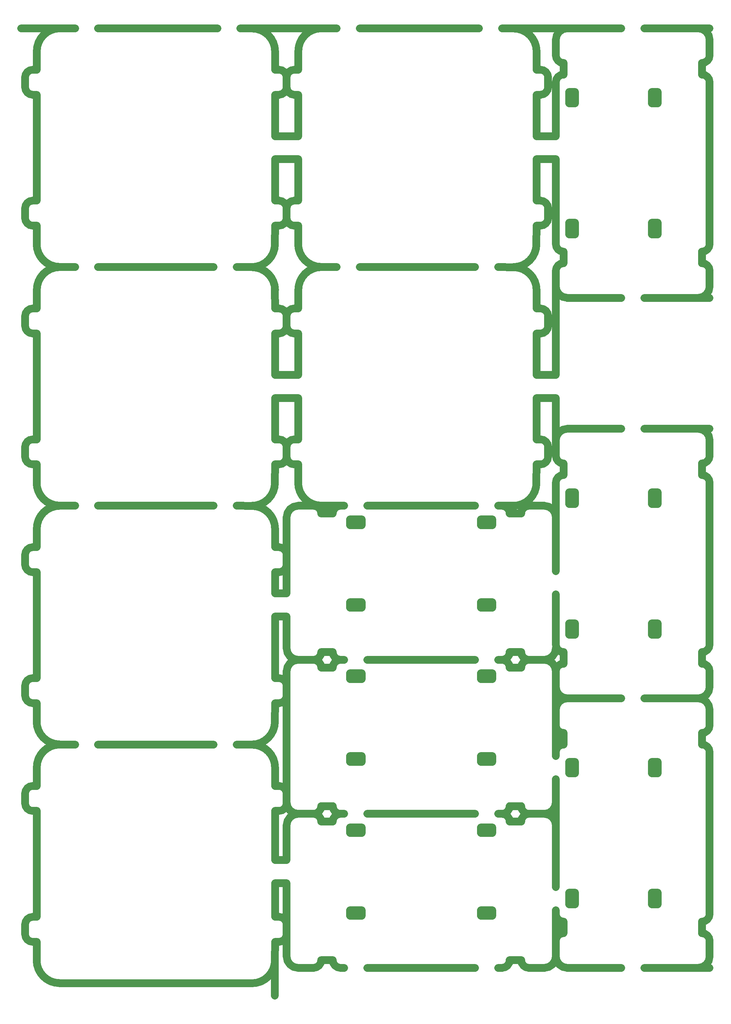
<source format=gbr>
%TF.GenerationSoftware,KiCad,Pcbnew,5.1.7-a382d34a8~87~ubuntu18.04.1*%
%TF.CreationDate,2020-11-04T09:33:25+02:00*%
%TF.ProjectId,panel,70616e65-6c2e-46b6-9963-61645f706362,Rev. A*%
%TF.SameCoordinates,Original*%
%TF.FileFunction,Other,ECO1*%
%FSLAX46Y46*%
G04 Gerber Fmt 4.6, Leading zero omitted, Abs format (unit mm)*
G04 Created by KiCad (PCBNEW 5.1.7-a382d34a8~87~ubuntu18.04.1) date 2020-11-04 09:33:25*
%MOMM*%
%LPD*%
G01*
G04 APERTURE LIST*
%ADD10C,2.000000*%
G04 APERTURE END LIST*
D10*
X253250000Y-130000000D02*
X256250000Y-130000000D01*
X253250000Y-96000000D02*
X256250000Y-96000000D01*
X253250000Y-26000000D02*
X256250000Y-26000000D01*
X253250000Y-270000000D02*
X256250000Y-270000000D01*
X81250000Y-206000000D02*
X81250000Y-201250000D01*
X81250000Y-105250000D02*
X81250000Y-132750000D01*
X232250000Y-270000000D02*
X219250000Y-270000000D01*
X253250000Y-270000000D02*
X240250000Y-270000000D01*
X233250000Y-200000000D02*
X219250000Y-200000000D01*
X239250000Y-200000000D02*
X253250000Y-200000000D01*
X143208351Y-268041649D02*
X143208351Y-277250000D01*
X194250000Y-270000000D02*
X168250000Y-270000000D01*
X143208351Y-268041649D02*
X143250000Y-263250000D01*
X87250000Y-26000000D02*
X77250000Y-26000000D01*
X89250000Y-274000000D02*
X87208351Y-273958351D01*
X137250000Y-274000000D02*
X89250000Y-274000000D01*
X205291649Y-26041649D02*
X219250000Y-26000000D01*
X135250000Y-26000000D02*
X158250000Y-26000000D01*
X240250000Y-26000000D02*
X253250000Y-26000000D01*
X232250000Y-26000000D02*
X219250000Y-26000000D01*
X203250000Y-26000000D02*
X205291649Y-26041649D01*
X166250000Y-26000000D02*
X195250000Y-26000000D01*
X158250000Y-26000000D02*
X155250000Y-26000000D01*
X135250000Y-26000000D02*
X137291649Y-26041649D01*
X90250000Y-26000000D02*
X87250000Y-26000000D01*
X127250000Y-26000000D02*
X98250000Y-26000000D01*
X256250000Y-82000000D02*
X256250000Y-40000000D01*
X256250000Y-186000000D02*
X256250000Y-144000000D01*
X256250000Y-197000000D02*
X256250000Y-193000000D01*
X256250000Y-207000000D02*
X256250000Y-203000000D01*
X256250000Y-256000000D02*
X256250000Y-214000000D01*
X256250000Y-267000000D02*
X256250000Y-263000000D01*
X209250000Y-270000000D02*
X213250000Y-270000000D01*
X149250000Y-270000000D02*
X153250000Y-270000000D01*
X81250000Y-256750000D02*
X81250000Y-229250000D01*
X81250000Y-194750000D02*
X81250000Y-167250000D01*
X81250000Y-160750000D02*
X81291649Y-155958351D01*
X81250000Y-139250000D02*
X81250000Y-144000000D01*
X81250000Y-36750000D02*
X81291649Y-31958351D01*
X81250000Y-70750000D02*
X81250000Y-43250000D01*
X146250000Y-267000000D02*
X146250000Y-261250000D01*
X146250000Y-248000000D02*
X146250000Y-258750000D01*
X143250000Y-248000000D02*
X143250000Y-256750000D01*
X143250000Y-242000000D02*
X143250000Y-229250000D01*
X146250000Y-233000000D02*
X146250000Y-242000000D01*
X149250000Y-230000000D02*
X153250000Y-230000000D01*
X143250000Y-178750000D02*
X143250000Y-194750000D01*
X146250000Y-178750000D02*
X146250000Y-187000000D01*
X146250000Y-172750000D02*
X146250000Y-165250000D01*
X143250000Y-172750000D02*
X143250000Y-167250000D01*
X216250000Y-137000000D02*
X216250000Y-133000000D01*
X216250000Y-144000000D02*
X216250000Y-153000000D01*
X216250000Y-227000000D02*
X216250000Y-233000000D01*
X216250000Y-263000000D02*
X216250000Y-267000000D01*
X216250000Y-256000000D02*
X216250000Y-263000000D01*
X146250000Y-199250000D02*
X146250000Y-224750000D01*
X146250000Y-193000000D02*
X146250000Y-196750000D01*
X216250000Y-203000000D02*
X216250000Y-193000000D01*
X216250000Y-207000000D02*
X216250000Y-203000000D01*
X216250000Y-215000000D02*
X216250000Y-207000000D01*
X216250000Y-227000000D02*
X216250000Y-221000000D01*
X216250000Y-249000000D02*
X216250000Y-233000000D01*
X216250000Y-255000000D02*
X216250000Y-256000000D01*
X216250000Y-214000000D02*
X216250000Y-215000000D01*
X209250000Y-230000000D02*
X213250000Y-230000000D01*
X201250000Y-230000000D02*
X202250000Y-230000000D01*
X195250000Y-230000000D02*
X167250000Y-230000000D01*
X161250000Y-230000000D02*
X160250000Y-230000000D01*
X201250000Y-190000000D02*
X202250000Y-190000000D01*
X167250000Y-190000000D02*
X195250000Y-190000000D01*
X161250000Y-190000000D02*
X160250000Y-190000000D01*
X216250000Y-173000000D02*
X216250000Y-186000000D01*
X216250000Y-167000000D02*
X216250000Y-153000000D01*
X216250000Y-82000000D02*
X216250000Y-60000000D01*
X216250000Y-122000000D02*
X216250000Y-133000000D01*
X211250000Y-132750000D02*
X211250000Y-122000000D01*
X211250000Y-105250000D02*
X211250000Y-116000000D01*
X216250000Y-116000000D02*
X216250000Y-93000000D01*
X256250000Y-29000000D02*
X256250000Y-33000000D01*
X216250000Y-33000000D02*
X216250000Y-29000000D01*
X211250000Y-70750000D02*
X211250000Y-60000000D01*
X211250000Y-43250000D02*
X211250000Y-54000000D01*
X216250000Y-40000000D02*
X216250000Y-54000000D01*
X256250000Y-133000000D02*
X256250000Y-137000000D01*
X240250000Y-130000000D02*
X253250000Y-130000000D01*
X232250000Y-130000000D02*
X219250000Y-130000000D01*
X216250000Y-93000000D02*
X216250000Y-89000000D01*
X232250000Y-96000000D02*
X219250000Y-96000000D01*
X209250000Y-190000000D02*
X213250000Y-190000000D01*
X149250000Y-190000000D02*
X153250000Y-190000000D01*
X146250000Y-153000000D02*
X146250000Y-162750000D01*
X149250000Y-150000000D02*
X153250000Y-150000000D01*
X213250000Y-150000000D02*
X209250000Y-150000000D01*
X213250000Y-150000000D02*
G75*
G02*
X216250000Y-153000000I0J-3000000D01*
G01*
X216250000Y-187000000D02*
G75*
G02*
X213250000Y-190000000I-3000000J0D01*
G01*
X146250000Y-153000000D02*
G75*
G02*
X149250000Y-150000000I3000000J0D01*
G01*
X149250000Y-190000000D02*
G75*
G02*
X146250000Y-187000000I0J3000000D01*
G01*
X213250000Y-190000000D02*
G75*
G02*
X216250000Y-193000000I0J-3000000D01*
G01*
X216250000Y-227000000D02*
G75*
G02*
X213250000Y-230000000I-3000000J0D01*
G01*
X146250000Y-193000000D02*
G75*
G02*
X149250000Y-190000000I3000000J0D01*
G01*
X149250000Y-230000000D02*
G75*
G02*
X146250000Y-227000000I0J3000000D01*
G01*
X213250000Y-230000000D02*
G75*
G02*
X216250000Y-233000000I0J-3000000D01*
G01*
X216250000Y-267000000D02*
G75*
G02*
X213250000Y-270000000I-3000000J0D01*
G01*
X146250000Y-233000000D02*
G75*
G02*
X149250000Y-230000000I3000000J0D01*
G01*
X149250000Y-270000000D02*
G75*
G02*
X146250000Y-267000000I0J3000000D01*
G01*
X256250000Y-267000000D02*
G75*
G02*
X253250000Y-270000000I-3000000J0D01*
G01*
X219250000Y-270000000D02*
G75*
G02*
X216250000Y-267000000I0J3000000D01*
G01*
X253250000Y-200000000D02*
G75*
G02*
X256250000Y-203000000I0J-3000000D01*
G01*
X216250000Y-203000000D02*
G75*
G02*
X219250000Y-200000000I3000000J0D01*
G01*
X256250000Y-197000000D02*
G75*
G02*
X253250000Y-200000000I-3000000J0D01*
G01*
X219250000Y-200000000D02*
G75*
G02*
X216250000Y-197000000I0J3000000D01*
G01*
X253250000Y-130000000D02*
G75*
G02*
X256250000Y-133000000I0J-3000000D01*
G01*
X216250000Y-133000000D02*
G75*
G02*
X219250000Y-130000000I3000000J0D01*
G01*
X253250000Y-26000000D02*
G75*
G02*
X256250000Y-29000000I0J-3000000D01*
G01*
X216250000Y-29000000D02*
G75*
G02*
X219250000Y-26000000I3000000J0D01*
G01*
X219250000Y-96000000D02*
G75*
G02*
X216250000Y-93000000I0J3000000D01*
G01*
X253250000Y-96000000D02*
X240250000Y-96000000D01*
X256250000Y-89000000D02*
X256250000Y-93000000D01*
X256250000Y-93000000D02*
G75*
G02*
X253250000Y-96000000I-3000000J0D01*
G01*
X207250000Y-232000000D02*
G75*
G02*
X209250000Y-230000000I2000000J0D01*
G01*
X162750000Y-256500000D02*
X162750000Y-255000000D01*
X199750000Y-256500000D02*
X196750000Y-256500000D01*
X162750000Y-233500000D02*
X165750000Y-233500000D01*
X196750000Y-233500000D02*
X199750000Y-233500000D01*
X162750000Y-255000000D02*
X165750000Y-255000000D01*
X158250000Y-232000000D02*
X155250000Y-232000000D01*
X199750000Y-255000000D02*
X199750000Y-256500000D01*
X196750000Y-256500000D02*
X196750000Y-255000000D01*
X165750000Y-255000000D02*
X165750000Y-256500000D01*
X207250000Y-232000000D02*
X204250000Y-232000000D01*
X160250000Y-270000000D02*
G75*
G02*
X158250000Y-268000000I0J2000000D01*
G01*
X155250000Y-268000000D02*
X158250000Y-268000000D01*
X202250000Y-230000000D02*
G75*
G02*
X204250000Y-232000000I0J-2000000D01*
G01*
X165750000Y-235000000D02*
X162750000Y-235000000D01*
X199750000Y-235000000D02*
X196750000Y-235000000D01*
X165750000Y-256500000D02*
X162750000Y-256500000D01*
X153250000Y-230000000D02*
G75*
G02*
X155250000Y-232000000I0J-2000000D01*
G01*
X199750000Y-233500000D02*
X199750000Y-235000000D01*
X209250000Y-270000000D02*
G75*
G02*
X207250000Y-268000000I0J2000000D01*
G01*
X204250000Y-268000000D02*
X207250000Y-268000000D01*
X158250000Y-232000000D02*
G75*
G02*
X160250000Y-230000000I2000000J0D01*
G01*
X162750000Y-235000000D02*
X162750000Y-233500000D01*
X196750000Y-255000000D02*
X199750000Y-255000000D01*
X196750000Y-235000000D02*
X196750000Y-233500000D01*
X165750000Y-233500000D02*
X165750000Y-235000000D01*
X155250000Y-268000000D02*
G75*
G02*
X153250000Y-270000000I-2000000J0D01*
G01*
X204250000Y-268000000D02*
G75*
G02*
X202250000Y-270000000I-2000000J0D01*
G01*
X207250000Y-192000000D02*
G75*
G02*
X209250000Y-190000000I2000000J0D01*
G01*
X162750000Y-216500000D02*
X162750000Y-215000000D01*
X199750000Y-216500000D02*
X196750000Y-216500000D01*
X162750000Y-193500000D02*
X165750000Y-193500000D01*
X196750000Y-193500000D02*
X199750000Y-193500000D01*
X162750000Y-215000000D02*
X165750000Y-215000000D01*
X158250000Y-192000000D02*
X155250000Y-192000000D01*
X199750000Y-215000000D02*
X199750000Y-216500000D01*
X196750000Y-216500000D02*
X196750000Y-215000000D01*
X165750000Y-215000000D02*
X165750000Y-216500000D01*
X207250000Y-192000000D02*
X204250000Y-192000000D01*
X160250000Y-230000000D02*
G75*
G02*
X158250000Y-228000000I0J2000000D01*
G01*
X155250000Y-228000000D02*
X158250000Y-228000000D01*
X202250000Y-190000000D02*
G75*
G02*
X204250000Y-192000000I0J-2000000D01*
G01*
X165750000Y-195000000D02*
X162750000Y-195000000D01*
X199750000Y-195000000D02*
X196750000Y-195000000D01*
X165750000Y-216500000D02*
X162750000Y-216500000D01*
X153250000Y-190000000D02*
G75*
G02*
X155250000Y-192000000I0J-2000000D01*
G01*
X199750000Y-193500000D02*
X199750000Y-195000000D01*
X209250000Y-230000000D02*
G75*
G02*
X207250000Y-228000000I0J2000000D01*
G01*
X204250000Y-228000000D02*
X207250000Y-228000000D01*
X158250000Y-192000000D02*
G75*
G02*
X160250000Y-190000000I2000000J0D01*
G01*
X162750000Y-195000000D02*
X162750000Y-193500000D01*
X196750000Y-215000000D02*
X199750000Y-215000000D01*
X196750000Y-195000000D02*
X196750000Y-193500000D01*
X165750000Y-193500000D02*
X165750000Y-195000000D01*
X155250000Y-228000000D02*
G75*
G02*
X153250000Y-230000000I-2000000J0D01*
G01*
X204250000Y-228000000D02*
G75*
G02*
X202250000Y-230000000I-2000000J0D01*
G01*
X207250000Y-152000000D02*
G75*
G02*
X209250000Y-150000000I2000000J0D01*
G01*
X162750000Y-176500000D02*
X162750000Y-175000000D01*
X199750000Y-176500000D02*
X196750000Y-176500000D01*
X162750000Y-153500000D02*
X165750000Y-153500000D01*
X196750000Y-153500000D02*
X199750000Y-153500000D01*
X162750000Y-175000000D02*
X165750000Y-175000000D01*
X158250000Y-152000000D02*
X155250000Y-152000000D01*
X199750000Y-175000000D02*
X199750000Y-176500000D01*
X196750000Y-176500000D02*
X196750000Y-175000000D01*
X165750000Y-175000000D02*
X165750000Y-176500000D01*
X207250000Y-152000000D02*
X204250000Y-152000000D01*
X160250000Y-190000000D02*
G75*
G02*
X158250000Y-188000000I0J2000000D01*
G01*
X155250000Y-188000000D02*
X158250000Y-188000000D01*
X202250000Y-150000000D02*
G75*
G02*
X204250000Y-152000000I0J-2000000D01*
G01*
X165750000Y-155000000D02*
X162750000Y-155000000D01*
X199750000Y-155000000D02*
X196750000Y-155000000D01*
X165750000Y-176500000D02*
X162750000Y-176500000D01*
X153250000Y-150000000D02*
G75*
G02*
X155250000Y-152000000I0J-2000000D01*
G01*
X199750000Y-153500000D02*
X199750000Y-155000000D01*
X209250000Y-190000000D02*
G75*
G02*
X207250000Y-188000000I0J2000000D01*
G01*
X204250000Y-188000000D02*
X207250000Y-188000000D01*
X158250000Y-152000000D02*
G75*
G02*
X160250000Y-150000000I2000000J0D01*
G01*
X162750000Y-155000000D02*
X162750000Y-153500000D01*
X196750000Y-175000000D02*
X199750000Y-175000000D01*
X196750000Y-155000000D02*
X196750000Y-153500000D01*
X165750000Y-153500000D02*
X165750000Y-155000000D01*
X155250000Y-188000000D02*
G75*
G02*
X153250000Y-190000000I-2000000J0D01*
G01*
X204250000Y-188000000D02*
G75*
G02*
X202250000Y-190000000I-2000000J0D01*
G01*
X218250000Y-209000000D02*
G75*
G02*
X216250000Y-207000000I0J2000000D01*
G01*
X242750000Y-253500000D02*
X241250000Y-253500000D01*
X242750000Y-216500000D02*
X242750000Y-219500000D01*
X219750000Y-253500000D02*
X219750000Y-250500000D01*
X219750000Y-219500000D02*
X219750000Y-216500000D01*
X241250000Y-253500000D02*
X241250000Y-250500000D01*
X218250000Y-258000000D02*
X218250000Y-261000000D01*
X241250000Y-216500000D02*
X242750000Y-216500000D01*
X242750000Y-219500000D02*
X241250000Y-219500000D01*
X241250000Y-250500000D02*
X242750000Y-250500000D01*
X218250000Y-209000000D02*
X218250000Y-212000000D01*
X256250000Y-256000000D02*
G75*
G02*
X254250000Y-258000000I-2000000J0D01*
G01*
X254250000Y-261000000D02*
X254250000Y-258000000D01*
X216250000Y-214000000D02*
G75*
G02*
X218250000Y-212000000I2000000J0D01*
G01*
X221250000Y-250500000D02*
X221250000Y-253500000D01*
X221250000Y-216500000D02*
X221250000Y-219500000D01*
X242750000Y-250500000D02*
X242750000Y-253500000D01*
X216250000Y-263000000D02*
G75*
G02*
X218250000Y-261000000I2000000J0D01*
G01*
X219750000Y-216500000D02*
X221250000Y-216500000D01*
X256250000Y-207000000D02*
G75*
G02*
X254250000Y-209000000I-2000000J0D01*
G01*
X254250000Y-212000000D02*
X254250000Y-209000000D01*
X218250000Y-258000000D02*
G75*
G02*
X216250000Y-256000000I0J2000000D01*
G01*
X221250000Y-253500000D02*
X219750000Y-253500000D01*
X241250000Y-219500000D02*
X241250000Y-216500000D01*
X221250000Y-219500000D02*
X219750000Y-219500000D01*
X219750000Y-250500000D02*
X221250000Y-250500000D01*
X254250000Y-261000000D02*
G75*
G02*
X256250000Y-263000000I0J-2000000D01*
G01*
X254250000Y-212000000D02*
G75*
G02*
X256250000Y-214000000I0J-2000000D01*
G01*
X218250000Y-139000000D02*
G75*
G02*
X216250000Y-137000000I0J2000000D01*
G01*
X242750000Y-183500000D02*
X241250000Y-183500000D01*
X242750000Y-146500000D02*
X242750000Y-149500000D01*
X219750000Y-183500000D02*
X219750000Y-180500000D01*
X219750000Y-149500000D02*
X219750000Y-146500000D01*
X241250000Y-183500000D02*
X241250000Y-180500000D01*
X218250000Y-188000000D02*
X218250000Y-191000000D01*
X241250000Y-146500000D02*
X242750000Y-146500000D01*
X242750000Y-149500000D02*
X241250000Y-149500000D01*
X241250000Y-180500000D02*
X242750000Y-180500000D01*
X218250000Y-139000000D02*
X218250000Y-142000000D01*
X256250000Y-186000000D02*
G75*
G02*
X254250000Y-188000000I-2000000J0D01*
G01*
X254250000Y-191000000D02*
X254250000Y-188000000D01*
X216250000Y-144000000D02*
G75*
G02*
X218250000Y-142000000I2000000J0D01*
G01*
X221250000Y-180500000D02*
X221250000Y-183500000D01*
X221250000Y-146500000D02*
X221250000Y-149500000D01*
X242750000Y-180500000D02*
X242750000Y-183500000D01*
X216250000Y-193000000D02*
G75*
G02*
X218250000Y-191000000I2000000J0D01*
G01*
X219750000Y-146500000D02*
X221250000Y-146500000D01*
X256250000Y-137000000D02*
G75*
G02*
X254250000Y-139000000I-2000000J0D01*
G01*
X254250000Y-142000000D02*
X254250000Y-139000000D01*
X218250000Y-188000000D02*
G75*
G02*
X216250000Y-186000000I0J2000000D01*
G01*
X221250000Y-183500000D02*
X219750000Y-183500000D01*
X241250000Y-149500000D02*
X241250000Y-146500000D01*
X221250000Y-149500000D02*
X219750000Y-149500000D01*
X219750000Y-180500000D02*
X221250000Y-180500000D01*
X254250000Y-191000000D02*
G75*
G02*
X256250000Y-193000000I0J-2000000D01*
G01*
X254250000Y-142000000D02*
G75*
G02*
X256250000Y-144000000I0J-2000000D01*
G01*
X91250000Y-150000000D02*
X87250000Y-150000000D01*
X91250000Y-212000000D02*
X87250000Y-212000000D01*
X211250000Y-32000000D02*
X211250000Y-36750000D01*
X149291649Y-31958351D02*
X149250000Y-36750000D01*
X143250000Y-32000000D02*
X143250000Y-36750000D01*
X91250000Y-88000000D02*
X87208351Y-87958351D01*
X81291649Y-93958351D02*
X81250000Y-98750000D01*
X81250000Y-82000000D02*
X81250000Y-77250000D01*
X81250000Y-268000000D02*
X81250000Y-263250000D01*
X81291649Y-217958351D02*
X81250000Y-222750000D01*
X143250000Y-218000000D02*
X143250000Y-222750000D01*
X137250000Y-212000000D02*
X133250000Y-212000000D01*
X143250000Y-201250000D02*
X143208351Y-206041649D01*
X143250000Y-156000000D02*
X143250000Y-160750000D01*
X161250000Y-150000000D02*
X155208351Y-149958351D01*
X149250000Y-144000000D02*
X149250000Y-139250000D01*
X143208351Y-144041649D02*
X143250000Y-139250000D01*
X133250000Y-150000000D02*
X137291649Y-150041649D01*
X211250000Y-94000000D02*
X211250000Y-98750000D01*
X211208351Y-82041649D02*
X211250000Y-77500000D01*
X211208351Y-144041649D02*
X211250000Y-139250000D01*
X201250000Y-150000000D02*
X205250000Y-150000000D01*
X212250000Y-36750000D02*
G75*
G02*
X214250000Y-38750000I0J-2000000D01*
G01*
X212250000Y-43250000D02*
X211250000Y-43250000D01*
X214250000Y-41250000D02*
X214250000Y-38750000D01*
X212250000Y-36750000D02*
X211250000Y-36750000D01*
X214250000Y-41250000D02*
G75*
G02*
X212250000Y-43250000I-2000000J0D01*
G01*
X212250000Y-70750000D02*
G75*
G02*
X214250000Y-72750000I0J-2000000D01*
G01*
X212250000Y-77250000D02*
X211250000Y-77250000D01*
X214250000Y-75250000D02*
X214250000Y-72750000D01*
X212250000Y-70750000D02*
X211250000Y-70750000D01*
X214250000Y-75250000D02*
G75*
G02*
X212250000Y-77250000I-2000000J0D01*
G01*
X212250000Y-98750000D02*
G75*
G02*
X214250000Y-100750000I0J-2000000D01*
G01*
X212250000Y-105250000D02*
X211250000Y-105250000D01*
X214250000Y-103250000D02*
X214250000Y-100750000D01*
X212250000Y-98750000D02*
X211250000Y-98750000D01*
X214250000Y-103250000D02*
G75*
G02*
X212250000Y-105250000I-2000000J0D01*
G01*
X212250000Y-132750000D02*
G75*
G02*
X214250000Y-134750000I0J-2000000D01*
G01*
X212250000Y-139250000D02*
X211250000Y-139250000D01*
X214250000Y-137250000D02*
X214250000Y-134750000D01*
X212250000Y-132750000D02*
X211250000Y-132750000D01*
X214250000Y-137250000D02*
G75*
G02*
X212250000Y-139250000I-2000000J0D01*
G01*
X144250000Y-160750000D02*
G75*
G02*
X146250000Y-162750000I0J-2000000D01*
G01*
X144250000Y-167250000D02*
X143250000Y-167250000D01*
X146250000Y-165250000D02*
X146250000Y-162750000D01*
X144250000Y-160750000D02*
X143250000Y-160750000D01*
X146250000Y-165250000D02*
G75*
G02*
X144250000Y-167250000I-2000000J0D01*
G01*
X144250000Y-194750000D02*
G75*
G02*
X146250000Y-196750000I0J-2000000D01*
G01*
X144250000Y-201250000D02*
X143250000Y-201250000D01*
X146250000Y-199250000D02*
X146250000Y-196750000D01*
X144250000Y-194750000D02*
X143250000Y-194750000D01*
X146250000Y-199250000D02*
G75*
G02*
X144250000Y-201250000I-2000000J0D01*
G01*
X144250000Y-222750000D02*
G75*
G02*
X146250000Y-224750000I0J-2000000D01*
G01*
X144250000Y-229250000D02*
X143250000Y-229250000D01*
X146250000Y-227250000D02*
X146250000Y-224750000D01*
X144250000Y-222750000D02*
X143250000Y-222750000D01*
X146250000Y-227250000D02*
G75*
G02*
X144250000Y-229250000I-2000000J0D01*
G01*
X144250000Y-256750000D02*
G75*
G02*
X146250000Y-258750000I0J-2000000D01*
G01*
X144250000Y-263250000D02*
X143250000Y-263250000D01*
X146250000Y-261250000D02*
X146250000Y-258750000D01*
X144250000Y-256750000D02*
X143250000Y-256750000D01*
X146250000Y-261250000D02*
G75*
G02*
X144250000Y-263250000I-2000000J0D01*
G01*
X80250000Y-263250000D02*
G75*
G02*
X78250000Y-261250000I0J2000000D01*
G01*
X80250000Y-256750000D02*
X81250000Y-256750000D01*
X78250000Y-258750000D02*
X78250000Y-261250000D01*
X80250000Y-263250000D02*
X81250000Y-263250000D01*
X78250000Y-258750000D02*
G75*
G02*
X80250000Y-256750000I2000000J0D01*
G01*
X80250000Y-229250000D02*
G75*
G02*
X78250000Y-227250000I0J2000000D01*
G01*
X80250000Y-222750000D02*
X81250000Y-222750000D01*
X78250000Y-224750000D02*
X78250000Y-227250000D01*
X80250000Y-229250000D02*
X81250000Y-229250000D01*
X78250000Y-224750000D02*
G75*
G02*
X80250000Y-222750000I2000000J0D01*
G01*
X80250000Y-201250000D02*
G75*
G02*
X78250000Y-199250000I0J2000000D01*
G01*
X80250000Y-194750000D02*
X81250000Y-194750000D01*
X78250000Y-196750000D02*
X78250000Y-199250000D01*
X80250000Y-201250000D02*
X81250000Y-201250000D01*
X78250000Y-196750000D02*
G75*
G02*
X80250000Y-194750000I2000000J0D01*
G01*
X80250000Y-167250000D02*
G75*
G02*
X78250000Y-165250000I0J2000000D01*
G01*
X80250000Y-160750000D02*
X81250000Y-160750000D01*
X78250000Y-162750000D02*
X78250000Y-165250000D01*
X80250000Y-167250000D02*
X81250000Y-167250000D01*
X78250000Y-162750000D02*
G75*
G02*
X80250000Y-160750000I2000000J0D01*
G01*
X80250000Y-139250000D02*
G75*
G02*
X78250000Y-137250000I0J2000000D01*
G01*
X80250000Y-132750000D02*
X81250000Y-132750000D01*
X78250000Y-134750000D02*
X78250000Y-137250000D01*
X80250000Y-139250000D02*
X81250000Y-139250000D01*
X78250000Y-134750000D02*
G75*
G02*
X80250000Y-132750000I2000000J0D01*
G01*
X80250000Y-105250000D02*
G75*
G02*
X78250000Y-103250000I0J2000000D01*
G01*
X80250000Y-98750000D02*
X81250000Y-98750000D01*
X78250000Y-100750000D02*
X78250000Y-103250000D01*
X80250000Y-105250000D02*
X81250000Y-105250000D01*
X78250000Y-100750000D02*
G75*
G02*
X80250000Y-98750000I2000000J0D01*
G01*
X80250000Y-77250000D02*
G75*
G02*
X78250000Y-75250000I0J2000000D01*
G01*
X80250000Y-70750000D02*
X81250000Y-70750000D01*
X78250000Y-72750000D02*
X78250000Y-75250000D01*
X80250000Y-77250000D02*
X81250000Y-77250000D01*
X78250000Y-72750000D02*
G75*
G02*
X80250000Y-70750000I2000000J0D01*
G01*
X80250000Y-43250000D02*
G75*
G02*
X78250000Y-41250000I0J2000000D01*
G01*
X78250000Y-38750000D02*
G75*
G02*
X80250000Y-36750000I2000000J0D01*
G01*
X80250000Y-43250000D02*
X81250000Y-43250000D01*
X78250000Y-38750000D02*
X78250000Y-41250000D01*
X80250000Y-36750000D02*
X81250000Y-36750000D01*
X148250000Y-139250000D02*
G75*
G02*
X146250000Y-137250000I0J2000000D01*
G01*
X146250000Y-137250000D02*
G75*
G02*
X144250000Y-139250000I-2000000J0D01*
G01*
X146250000Y-134750000D02*
G75*
G02*
X148250000Y-132750000I2000000J0D01*
G01*
X148250000Y-139250000D02*
X149250000Y-139250000D01*
X144250000Y-139250000D02*
X143250000Y-139250000D01*
X146250000Y-134750000D02*
X146250000Y-137250000D01*
X144250000Y-132750000D02*
X143250000Y-132750000D01*
X144250000Y-132750000D02*
G75*
G02*
X146250000Y-134750000I0J-2000000D01*
G01*
X148250000Y-132750000D02*
X149250000Y-132750000D01*
X148250000Y-105250000D02*
G75*
G02*
X146250000Y-103250000I0J2000000D01*
G01*
X146250000Y-103250000D02*
G75*
G02*
X144250000Y-105250000I-2000000J0D01*
G01*
X146250000Y-100750000D02*
G75*
G02*
X148250000Y-98750000I2000000J0D01*
G01*
X148250000Y-105250000D02*
X149250000Y-105250000D01*
X144250000Y-105250000D02*
X143250000Y-105250000D01*
X146250000Y-100750000D02*
X146250000Y-103250000D01*
X144250000Y-98750000D02*
X143250000Y-98750000D01*
X144250000Y-98750000D02*
G75*
G02*
X146250000Y-100750000I0J-2000000D01*
G01*
X148250000Y-98750000D02*
X149250000Y-98750000D01*
X148250000Y-77250000D02*
G75*
G02*
X146250000Y-75250000I0J2000000D01*
G01*
X146250000Y-75250000D02*
G75*
G02*
X144250000Y-77250000I-2000000J0D01*
G01*
X146250000Y-72750000D02*
G75*
G02*
X148250000Y-70750000I2000000J0D01*
G01*
X148250000Y-77250000D02*
X149250000Y-77250000D01*
X144250000Y-77250000D02*
X143250000Y-77250000D01*
X146250000Y-72750000D02*
X146250000Y-75250000D01*
X144250000Y-70750000D02*
X143250000Y-70750000D01*
X144250000Y-70750000D02*
G75*
G02*
X146250000Y-72750000I0J-2000000D01*
G01*
X148250000Y-70750000D02*
X149250000Y-70750000D01*
X148250000Y-36750000D02*
X149250000Y-36750000D01*
X144250000Y-36750000D02*
X143250000Y-36750000D01*
X146250000Y-38750000D02*
X146250000Y-41250000D01*
X144250000Y-36750000D02*
G75*
G02*
X146250000Y-38750000I0J-2000000D01*
G01*
X146250000Y-38750000D02*
G75*
G02*
X148250000Y-36750000I2000000J0D01*
G01*
X148250000Y-43250000D02*
X149250000Y-43250000D01*
X148250000Y-43250000D02*
G75*
G02*
X146250000Y-41250000I0J2000000D01*
G01*
X144250000Y-43250000D02*
X143250000Y-43250000D01*
X146250000Y-41250000D02*
G75*
G02*
X144250000Y-43250000I-2000000J0D01*
G01*
X201250000Y-88000000D02*
X205291649Y-88041649D01*
X159250000Y-88000000D02*
X155208351Y-87958351D01*
X143208351Y-268041649D02*
G75*
G02*
X137250000Y-274000000I-5958351J0D01*
G01*
X81291649Y-217958351D02*
G75*
G02*
X87250000Y-212000000I5958351J0D01*
G01*
X87208351Y-273958351D02*
G75*
G02*
X81250000Y-268000000I0J5958351D01*
G01*
X137291649Y-212041649D02*
G75*
G02*
X143250000Y-218000000I0J-5958351D01*
G01*
X143208351Y-206041649D02*
G75*
G02*
X137250000Y-212000000I-5958351J0D01*
G01*
X81291649Y-155958351D02*
G75*
G02*
X87250000Y-150000000I5958351J0D01*
G01*
X87208351Y-211958351D02*
G75*
G02*
X81250000Y-206000000I0J5958351D01*
G01*
X137291649Y-150041649D02*
G75*
G02*
X143250000Y-156000000I0J-5958351D01*
G01*
X143208351Y-144041649D02*
G75*
G02*
X137250000Y-150000000I-5958351J0D01*
G01*
X81291649Y-93958351D02*
G75*
G02*
X87250000Y-88000000I5958351J0D01*
G01*
X87208351Y-149958351D02*
G75*
G02*
X81250000Y-144000000I0J5958351D01*
G01*
X137291649Y-88041649D02*
G75*
G02*
X143250000Y-94000000I0J-5958351D01*
G01*
X211208351Y-144041649D02*
G75*
G02*
X205250000Y-150000000I-5958351J0D01*
G01*
X149291649Y-93958351D02*
G75*
G02*
X155250000Y-88000000I5958351J0D01*
G01*
X155208351Y-149958351D02*
G75*
G02*
X149250000Y-144000000I0J5958351D01*
G01*
X205291649Y-88041649D02*
G75*
G02*
X211250000Y-94000000I0J-5958351D01*
G01*
X211208351Y-82041649D02*
G75*
G02*
X205250000Y-88000000I-5958351J0D01*
G01*
X149291649Y-31958351D02*
G75*
G02*
X155250000Y-26000000I5958351J0D01*
G01*
X155208351Y-87958351D02*
G75*
G02*
X149250000Y-82000000I0J5958351D01*
G01*
X205291649Y-26041649D02*
G75*
G02*
X211250000Y-32000000I0J-5958351D01*
G01*
X87208351Y-87958351D02*
G75*
G02*
X81250000Y-82000000I0J5958351D01*
G01*
X81291649Y-31958351D02*
G75*
G02*
X87250000Y-26000000I5958351J0D01*
G01*
X137291649Y-26041649D02*
G75*
G02*
X143250000Y-32000000I0J-5958351D01*
G01*
X143250000Y-105250000D02*
X143250000Y-116000000D01*
X149250000Y-132750000D02*
X149250000Y-122000000D01*
X143250000Y-122000000D02*
X143250000Y-132750000D01*
X149250000Y-116000000D02*
X149250000Y-105250000D01*
X143250000Y-43250000D02*
X143250000Y-54000000D01*
X149250000Y-54000000D02*
X149250000Y-43250000D01*
X149250000Y-70750000D02*
X149250000Y-60000000D01*
X143250000Y-60000000D02*
X143250000Y-70750000D01*
X143208351Y-94000000D02*
X143250000Y-98750000D01*
X149291649Y-93958351D02*
X149250000Y-98750000D01*
X149291649Y-82000000D02*
X149250000Y-77250000D01*
X143208351Y-82041649D02*
X143250000Y-77250000D01*
X137250000Y-88000000D02*
X133250000Y-88000000D01*
X143208351Y-82041649D02*
G75*
G02*
X137250000Y-88000000I-5958351J0D01*
G01*
X218250000Y-35000000D02*
G75*
G02*
X216250000Y-33000000I0J2000000D01*
G01*
X242750000Y-79500000D02*
X241250000Y-79500000D01*
X242750000Y-42500000D02*
X242750000Y-45500000D01*
X219750000Y-79500000D02*
X219750000Y-76500000D01*
X219750000Y-45500000D02*
X219750000Y-42500000D01*
X241250000Y-79500000D02*
X241250000Y-76500000D01*
X218250000Y-84000000D02*
X218250000Y-87000000D01*
X241250000Y-42500000D02*
X242750000Y-42500000D01*
X242750000Y-45500000D02*
X241250000Y-45500000D01*
X241250000Y-76500000D02*
X242750000Y-76500000D01*
X218250000Y-35000000D02*
X218250000Y-38000000D01*
X256250000Y-82000000D02*
G75*
G02*
X254250000Y-84000000I-2000000J0D01*
G01*
X254250000Y-87000000D02*
X254250000Y-84000000D01*
X216250000Y-40000000D02*
G75*
G02*
X218250000Y-38000000I2000000J0D01*
G01*
X221250000Y-76500000D02*
X221250000Y-79500000D01*
X221250000Y-42500000D02*
X221250000Y-45500000D01*
X242750000Y-76500000D02*
X242750000Y-79500000D01*
X216250000Y-89000000D02*
G75*
G02*
X218250000Y-87000000I2000000J0D01*
G01*
X219750000Y-42500000D02*
X221250000Y-42500000D01*
X256250000Y-33000000D02*
G75*
G02*
X254250000Y-35000000I-2000000J0D01*
G01*
X254250000Y-38000000D02*
X254250000Y-35000000D01*
X218250000Y-84000000D02*
G75*
G02*
X216250000Y-82000000I0J2000000D01*
G01*
X221250000Y-79500000D02*
X219750000Y-79500000D01*
X241250000Y-45500000D02*
X241250000Y-42500000D01*
X221250000Y-45500000D02*
X219750000Y-45500000D01*
X219750000Y-76500000D02*
X221250000Y-76500000D01*
X254250000Y-87000000D02*
G75*
G02*
X256250000Y-89000000I0J-2000000D01*
G01*
X254250000Y-38000000D02*
G75*
G02*
X256250000Y-40000000I0J-2000000D01*
G01*
X127250000Y-212000000D02*
X97250000Y-212000000D01*
X167250000Y-150000000D02*
X195250000Y-150000000D01*
X97250000Y-150000000D02*
X127250000Y-150000000D01*
X165250000Y-88000000D02*
X195250000Y-88000000D01*
X127250000Y-88000000D02*
X97250000Y-88000000D01*
%TO.C,Ref\u002A\u002A*%
X232250000Y-270000000D02*
X233250000Y-270000000D01*
X240250000Y-270000000D02*
X239250000Y-270000000D01*
X233250000Y-200000000D02*
X233250000Y-200000000D01*
X239250000Y-200000000D02*
X239250000Y-200000000D01*
X194250000Y-270000000D02*
X195250000Y-270000000D01*
X202250000Y-270000000D02*
X201250000Y-270000000D01*
X160250000Y-270000000D02*
X161250000Y-270000000D01*
X168250000Y-270000000D02*
X167250000Y-270000000D01*
X240250000Y-26000000D02*
X239250000Y-26000000D01*
X232250000Y-26000000D02*
X233250000Y-26000000D01*
X203250000Y-26000000D02*
X202250000Y-26000000D01*
X195250000Y-26000000D02*
X196250000Y-26000000D01*
X166250000Y-26000000D02*
X165250000Y-26000000D01*
X158250000Y-26000000D02*
X159250000Y-26000000D01*
X135250000Y-26000000D02*
X134250000Y-26000000D01*
X127250000Y-26000000D02*
X128250000Y-26000000D01*
X98250000Y-26000000D02*
X97250000Y-26000000D01*
X90250000Y-26000000D02*
X91250000Y-26000000D01*
X146250000Y-242000000D02*
X143250000Y-242000000D01*
X146250000Y-248000000D02*
X143250000Y-248000000D01*
X146250000Y-172750000D02*
X143250000Y-172750000D01*
X146250000Y-178750000D02*
X143250000Y-178750000D01*
X216250000Y-255000000D02*
X216250000Y-255000000D01*
X216250000Y-249000000D02*
X216250000Y-249000000D01*
X216250000Y-221000000D02*
X216250000Y-221000000D01*
X216250000Y-215000000D02*
X216250000Y-215000000D01*
X161250000Y-230000000D02*
X161250000Y-230000000D01*
X167250000Y-230000000D02*
X167250000Y-230000000D01*
X195250000Y-230000000D02*
X195250000Y-230000000D01*
X201250000Y-230000000D02*
X201250000Y-230000000D01*
X161250000Y-190000000D02*
X161250000Y-190000000D01*
X167250000Y-190000000D02*
X167250000Y-190000000D01*
X195250000Y-190000000D02*
X195250000Y-190000000D01*
X201250000Y-190000000D02*
X201250000Y-190000000D01*
X216250000Y-173000000D02*
X216250000Y-173000000D01*
X216250000Y-167000000D02*
X216250000Y-167000000D01*
X216250000Y-116000000D02*
X211250000Y-116000000D01*
X216250000Y-122000000D02*
X211250000Y-122000000D01*
X216250000Y-54000000D02*
X211250000Y-54000000D01*
X216250000Y-60000000D02*
X211250000Y-60000000D01*
X232250000Y-96000000D02*
X233250000Y-96000000D01*
X240250000Y-96000000D02*
X239250000Y-96000000D01*
X240250000Y-130000000D02*
X239250000Y-130000000D01*
X232250000Y-130000000D02*
X233250000Y-130000000D01*
X149250000Y-122000000D02*
X143250000Y-122000000D01*
X149250000Y-116000000D02*
X143250000Y-116000000D01*
X149250000Y-60000000D02*
X143250000Y-60000000D01*
X149250000Y-54000000D02*
X143250000Y-54000000D01*
X133250000Y-212000000D02*
X133250000Y-212000000D01*
X127250000Y-212000000D02*
X127250000Y-212000000D01*
X91250000Y-212000000D02*
X91250000Y-212000000D01*
X97250000Y-212000000D02*
X97250000Y-212000000D01*
X195250000Y-150000000D02*
X195250000Y-150000000D01*
X201250000Y-150000000D02*
X201250000Y-150000000D01*
X161250000Y-150000000D02*
X161250000Y-150000000D01*
X167250000Y-150000000D02*
X167250000Y-150000000D01*
X133250000Y-150000000D02*
X133250000Y-150000000D01*
X127250000Y-150000000D02*
X127250000Y-150000000D01*
X91250000Y-150000000D02*
X91250000Y-150000000D01*
X97250000Y-150000000D02*
X97250000Y-150000000D01*
X201250000Y-88000000D02*
X201250000Y-88000000D01*
X195250000Y-88000000D02*
X195250000Y-88000000D01*
X91250000Y-88000000D02*
X91250000Y-88000000D01*
X97250000Y-88000000D02*
X97250000Y-88000000D01*
X159250000Y-88000000D02*
X159250000Y-88000000D01*
X165250000Y-88000000D02*
X165250000Y-88000000D01*
X133250000Y-88000000D02*
X133250000Y-88000000D01*
X127250000Y-88000000D02*
X127250000Y-88000000D01*
%TD*%
M02*

</source>
